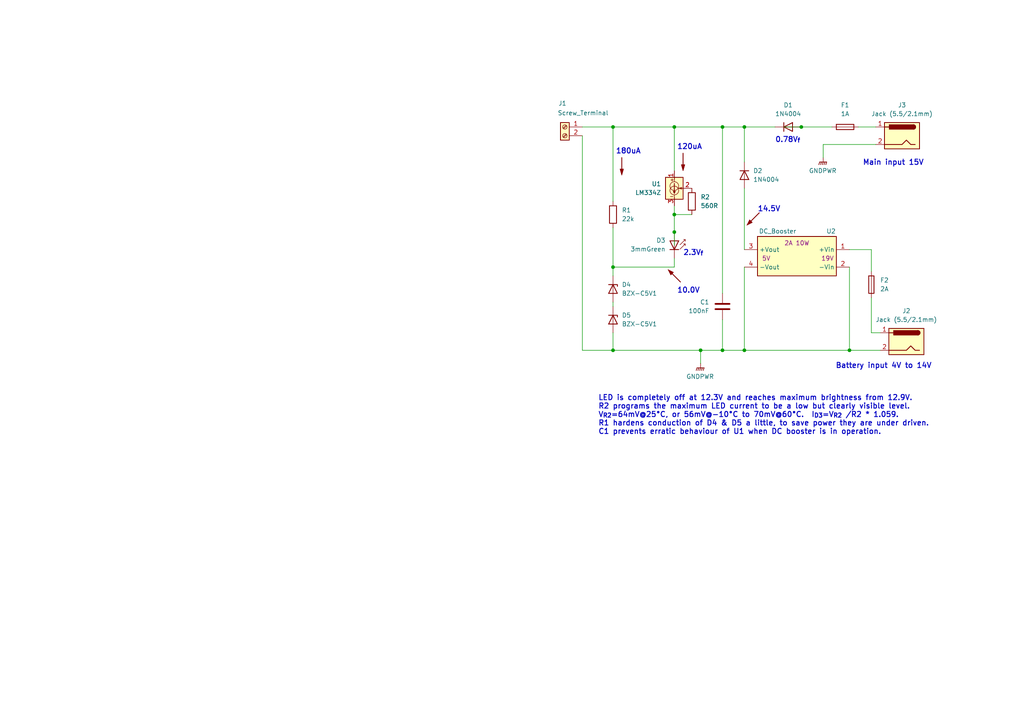
<source format=kicad_sch>
(kicad_sch (version 20250114) (generator "eeschema") (generator_version "9.0")
  (paper "A4")
  (title_block (title "Tigo CCA Power Supply"))
  (lib_symbols
    (symbol "Connector:Jack-DC" (pin_names (offset 1.016))
      (property "Reference" "J" (at 0 5.334 0))
      (property "Value" "Jack-DC" (at 0 -5.08 0))
      (symbol "Jack-DC_0_1"
        (rectangle (start -5.08 3.81) (end 5.08 -3.81) (stroke (width 0.254)) (fill (type background)))
        (polyline (pts (xy -3.81 -2.54) (xy -2.54 -2.54) (xy -1.27 -1.27) (xy 0 -2.54) (xy 2.54 -2.54) (xy 5.08 -2.54)) (stroke (width 0.254)))
        (arc (start -3.302 1.905) (mid -3.9343 2.54) (end -3.302 3.175) (stroke (width 0.254)))
        (arc (start -3.302 1.905) (mid -3.9343 2.54) (end -3.302 3.175) (stroke (width 0.254)) (fill (type outline)))
        (rectangle (start 3.683 3.175) (end -3.302 1.905) (stroke (width 0.254)) (fill (type outline)))
        (polyline (pts (xy 5.08 2.54) (xy 3.81 2.54)) (stroke (width 0.254)))
      )
      (symbol "Jack-DC_1_1"
        (pin passive line (at 7.62 2.54 180) (length 2.54) (name "~") (number "1"))
        (pin passive line (at 7.62 -2.54 180) (length 2.54) (name "~") (number "2"))
      )
    )
    (symbol "Connector:Screw_Terminal_01x02" (pin_names (offset 1.016) (hide yes))
      (property "Reference" "J" (at 0 2.54 0))
      (property "Value" "Screw_Terminal_01x02" (at 0 -5.08 0))
      (symbol "Screw_Terminal_01x02_1_1"
        (rectangle (start -1.27 1.27) (end 1.27 -3.81) (stroke (width 0.254)) (fill (type background)))
        (polyline (pts (xy -0.5334 0.3302) (xy 0.3302 -0.508)) (stroke (width 0.1524)))
        (polyline (pts (xy -0.5334 -2.2098) (xy 0.3302 -3.048)) (stroke (width 0.1524)))
        (polyline (pts (xy -0.3556 0.508) (xy 0.508 -0.3302)) (stroke (width 0.1524)))
        (polyline (pts (xy -0.3556 -2.032) (xy 0.508 -2.8702)) (stroke (width 0.1524)))
        (circle (center 0 0) (radius 0.635) (stroke (width 0.1524)))
        (circle (center 0 -2.54) (radius 0.635) (stroke (width 0.1524)))
        (pin passive line (at -5.08 0 0) (length 3.81) (name "Pin_1") (number "1"))
        (pin passive line (at -5.08 -2.54 0) (length 3.81) (name "Pin_2") (number "2"))
      )
    )
    (symbol "DC_Converter_1"
      (property "Reference" "U" (at -10.795 10.16 0))
      (property "Value" "DC_Converter" (at 5.08 10.16 0))
      (property "Description" "2A 10W" (at 0 6.985 0))
      (property "Vin" "19V" (at -8.89 2.54 0))
      (property "Vout" "5V" (at 8.89 2.54 0))
      (symbol "DC_Converter_1_0_1"
        (rectangle (start -11.43 8.89) (end 11.43 -2.54) (stroke (width 0.254)) (fill (type background)))
      )
      (symbol "DC_Converter_1_1_1"
        (pin power_in line (at -15.24 5.08 0) (length 3.81) (name "+Vin") (number "1"))
        (pin power_in line (at -15.24 0 0) (length 3.81) (name "-Vin") (number "2"))
        (pin power_out line (at 15.24 5.08 180) (length 3.81) (name "+Vout") (number "3"))
        (pin power_out line (at 15.24 0 180) (length 3.81) (name "-Vout") (number "4"))
      )
    )
    (symbol "Device:C" (pin_numbers (hide yes)) (pin_names (offset 0.254))
      (property "Reference" "C" (at 0.635 2.54 0))
      (property "Value" "C" (at 0.635 -2.54 0))
      (symbol "C_0_1"
        (polyline (pts (xy -2.032 0.762) (xy 2.032 0.762)) (stroke (width 0.508)))
        (polyline (pts (xy -2.032 -0.762) (xy 2.032 -0.762)) (stroke (width 0.508)))
      )
      (symbol "C_1_1"
        (pin passive line (at 0 3.81 270) (length 2.794) (name "~") (number "1"))
        (pin passive line (at 0 -3.81 90) (length 2.794) (name "~") (number "2"))
      )
    )
    (symbol "Device:D_Zener" (pin_numbers (hide yes)) (pin_names (offset 1.016) (hide yes))
      (property "Reference" "D" (at 0 2.54 0))
      (property "Value" "D_Zener" (at 0 -2.54 0))
      (symbol "D_Zener_0_1"
        (polyline (pts (xy -1.27 -1.27) (xy -1.27 1.27) (xy -0.762 1.27)) (stroke (width 0.254)))
        (polyline (pts (xy 1.27 0) (xy -1.27 0)))
        (polyline (pts (xy 1.27 -1.27) (xy 1.27 1.27) (xy -1.27 0) (xy 1.27 -1.27)) (stroke (width 0.254)))
      )
      (symbol "D_Zener_1_1"
        (pin passive line (at -3.81 0 0) (length 2.54) (name "K") (number "1"))
        (pin passive line (at 3.81 0 180) (length 2.54) (name "A") (number "2"))
      )
    )
    (symbol "Device:Fuse" (pin_numbers (hide yes)) (pin_names (offset 0))
      (property "Reference" "F" (at 2.032 0 90))
      (property "Value" "Fuse" (at -1.905 0 90))
      (symbol "Fuse_0_1"
        (rectangle (start -0.762 -2.54) (end 0.762 2.54) (stroke (width 0.254)))
        (polyline (pts (xy 0 2.54) (xy 0 -2.54)))
      )
      (symbol "Fuse_1_1"
        (pin passive line (at 0 3.81 270) (length 1.27) (name "~") (number "1"))
        (pin passive line (at 0 -3.81 90) (length 1.27) (name "~") (number "2"))
      )
    )
    (symbol "Device:R" (pin_numbers (hide yes)) (pin_names (offset 0))
      (property "Reference" "R" (at 2.032 0 90))
      (property "Value" "R" (at 0 0 90))
      (symbol "R_0_1"
        (rectangle (start -1.016 -2.54) (end 1.016 2.54) (stroke (width 0.254)))
      )
      (symbol "R_1_1"
        (pin passive line (at 0 3.81 270) (length 1.27) (name "~") (number "1"))
        (pin passive line (at 0 -3.81 90) (length 1.27) (name "~") (number "2"))
      )
    )
    (symbol "Diode:1N4004" (pin_numbers (hide yes)) (pin_names (hide yes))
      (property "Reference" "D" (at 0 2.54 0))
      (property "Value" "1N4004" (at 0 -2.54 0))
      (symbol "1N4004_0_1"
        (polyline (pts (xy -1.27 1.27) (xy -1.27 -1.27)) (stroke (width 0.254)))
        (polyline (pts (xy 1.27 1.27) (xy 1.27 -1.27) (xy -1.27 0) (xy 1.27 1.27)) (stroke (width 0.254)))
        (polyline (pts (xy 1.27 0) (xy -1.27 0)))
      )
      (symbol "1N4004_1_1"
        (pin passive line (at -3.81 0 0) (length 2.54) (name "K") (number "1"))
        (pin passive line (at 3.81 0 180) (length 2.54) (name "A") (number "2"))
      )
    )
    (symbol "Graphic:SYM_Arrow45_Normal" (in_bom no) (on_board no)
      (symbol "SYM_Arrow45_Normal_0_1"
        (polyline (pts (xy 1.524 -1.524) (xy -1.778 1.778)) (stroke (width 0.254)))
        (polyline (pts (xy 1.778 -1.778) (xy 0.254 -1.016) (xy 1.016 -0.254) (xy 1.778 -1.778)) (fill (type outline)))
      )
    )
    (symbol "Graphic:SYM_Arrow_Normal" (in_bom no) (on_board no)
      (symbol "SYM_Arrow_Normal_0_1"
        (polyline (pts (xy 1.524 0) (xy -2.54 0)) (stroke (width 0.254)))
        (polyline (pts (xy 2.54 0) (xy 0.762 -0.508) (xy 0.762 0.508) (xy 2.54 0)) (fill (type outline)))
      )
    )
    (symbol "LED:IR204A" (pin_numbers (hide yes)) (pin_names (offset 1.016) (hide yes))
      (property "Reference" "D" (at 0.508 1.778 0))
      (property "Value" "IR204A" (at -1.016 -2.794 0))
      (symbol "IR204A_0_1"
        (polyline (pts (xy -2.54 1.27) (xy -2.54 -1.27)) (stroke (width 0.254)))
        (polyline (pts (xy -2.413 1.651) (xy -0.889 3.175) (xy -0.889 2.667) (xy -0.889 3.175) (xy -1.397 3.175)))
        (polyline (pts (xy -1.143 1.651) (xy 0.381 3.175) (xy 0.381 2.667)))
        (polyline (pts (xy 0 1.27) (xy -2.54 0) (xy 0 -1.27) (xy 0 1.27)) (stroke (width 0.254)))
        (polyline (pts (xy 0 0) (xy -2.54 0)))
        (polyline (pts (xy 0.381 3.175) (xy -0.127 3.175)))
      )
      (symbol "IR204A_1_1"
        (pin passive line (at -5.08 0 0) (length 2.54) (name "K") (number "1"))
        (pin passive line (at 2.54 0 180) (length 2.54) (name "A") (number "2"))
      )
    )
    (symbol "Reference_Current:LM334Z"
      (property "Reference" "U" (at 0.635 6.35 0))
      (property "Value" "LM334Z" (at 0.635 4.445 0))
      (symbol "LM334Z_0_1"
        (rectangle (start -2.54 3.175) (end 2.54 -3.175) (stroke (width 0.254)) (fill (type background)))
        (polyline (pts (xy -1.143 -2.413) (xy -0.381 -2.413)))
        (polyline (pts (xy -1.016 2.413) (xy -0.254 2.413)))
        (polyline (pts (xy -0.635 2.794) (xy -0.635 2.032)))
        (polyline (pts (xy 0 5.08) (xy 0 1.905)))
        (polyline (pts (xy 0 1.397) (xy 0 -1.397)) (stroke (width 0.254)))
        (circle (center 0 0.635) (radius 1.27))
        (circle (center 0 -0.635) (radius 1.27))
        (polyline (pts (xy 0 -1.397) (xy -0.254 -0.889) (xy 0.254 -0.889) (xy 0 -1.397)) (stroke (width 0.254)))
        (polyline (pts (xy 0 -1.905) (xy 0 -5.08)))
        (polyline (pts (xy 1.27 0) (xy 2.159 0.254) (xy 2.159 -0.254) (xy 1.27 0)))
        (polyline (pts (xy 2.54 0) (xy 1.27 0)))
      )
      (symbol "LM334Z_1_1"
        (pin passive line (at 0 5.08 270) (length 2.54) (name "~") (number "1"))
        (pin passive line (at 0 -5.08 90) (length 2.54) (name "~") (number "3"))
        (pin passive line (at 5.08 0 180) (length 2.54) (name "~") (number "2"))
      )
    )
    (symbol "power:GNDPWR" (power) (pin_numbers (hide yes)) (pin_names (offset 0) (hide yes))
      (property "Value" "GNDPWR" (at 0 -3.302 0))
      (symbol "GNDPWR_0_1"
        (polyline (pts (xy -1.016 -1.27) (xy -1.27 -2.032) (xy -1.27 -2.032)) (stroke (width 0.2032)))
        (polyline (pts (xy -0.508 -1.27) (xy -0.762 -2.032) (xy -0.762 -2.032)) (stroke (width 0.2032)))
        (polyline (pts (xy 0 -1.27) (xy 0 0)))
        (polyline (pts (xy 0 -1.27) (xy -0.254 -2.032) (xy -0.254 -2.032)) (stroke (width 0.2032)))
        (polyline (pts (xy 0.508 -1.27) (xy 0.254 -2.032) (xy 0.254 -2.032)) (stroke (width 0.2032)))
        (polyline (pts (xy 1.016 -1.27) (xy -1.016 -1.27) (xy -1.016 -1.27)) (stroke (width 0.2032)))
        (polyline (pts (xy 1.016 -1.27) (xy 0.762 -2.032) (xy 0.762 -2.032) (xy 0.762 -2.032)) (stroke (width 0.2032)))
      )
      (symbol "GNDPWR_1_1"
        (pin power_in line (at 0 0 270) (length 0) (name "~") (number "1"))
      )
    )
  )
  (text "0.78V_{f}" (at 224.79 40.64 0) (effects (font (size 1.524 1.524) (thickness 0.254) (bold yes)) (justify left)))
  (text "LED is completely off at 12.3V and reaches maximum brightness from 12.9V.\nR2 programs the maximum LED current to be a low but clearly visible level.\nV_{R2}=64mV@25°C, or 56mV@-10°C to 70mV@60°C.  I_{D3}=V_{R2} /R2 * 1.059.\nR1 hardens conduction of D4 & D5 a little, to save power they are under driven.\nC1 prevents erratic behaviour of U1 when DC booster is in operation." (at 173.482 120.396 0) (effects (font (size 1.524 1.524) (thickness 0.254) (bold yes)) (justify left)))
  (text "180uA" (at 178.562 43.942 0) (effects (font (size 1.524 1.524) (thickness 0.254) (bold yes)) (justify left)))
  (text "120uA" (at 196.342 42.672 0) (effects (font (size 1.524 1.524) (thickness 0.254) (bold yes)) (justify left)))
  (text "2.3V_{f}" (at 198.12 73.406 0) (effects (font (size 1.524 1.524) (thickness 0.254) (bold yes)) (justify left)))
  (text "Battery input 4V to 14V" (at 242.316 106.172 0) (effects (font (size 1.524 1.524) (thickness 0.254) (bold yes)) (justify left)))
  (text "14.5V" (at 219.71 60.706 0) (effects (font (size 1.524 1.524) (thickness 0.254) (bold yes)) (justify left)))
  (text "10.0V" (at 196.342 84.328 0) (effects (font (size 1.524 1.524) (thickness 0.254) (bold yes)) (justify left)))
  (text "Main input 15V" (at 250.19 47.244 0) (effects (font (size 1.524 1.524) (thickness 0.254) (bold yes)) (justify left)))
  (junction (at 177.8 36.83))
  (junction (at 215.9 101.6))
  (junction (at 209.55 36.83))
  (junction (at 195.58 67.31))
  (junction (at 215.9 36.83))
  (junction (at 203.2 101.6))
  (junction (at 209.55 101.6))
  (junction (at 177.8 101.6))
  (junction (at 195.58 36.83))
  (junction (at 246.38 101.6))
  (junction (at 195.58 62.23))
  (junction (at 232.41 36.83))
  (junction (at 177.8 77.47))
  (wire (pts (xy 177.8 66.04) (xy 177.8 77.47)))
  (wire (pts (xy 168.91 39.37) (xy 168.91 101.6)))
  (wire (pts (xy 252.73 96.52) (xy 252.73 86.36)))
  (wire (pts (xy 209.55 85.09) (xy 209.55 36.83)))
  (wire (pts (xy 246.38 77.47) (xy 246.38 101.6)))
  (wire (pts (xy 246.38 72.39) (xy 252.73 72.39)))
  (wire (pts (xy 215.9 101.6) (xy 246.38 101.6)))
  (wire (pts (xy 248.92 36.83) (xy 254 36.83)))
  (wire (pts (xy 177.8 88.9) (xy 177.8 87.63)))
  (wire (pts (xy 209.55 92.71) (xy 209.55 101.6)))
  (wire (pts (xy 195.58 77.47) (xy 177.8 77.47)))
  (wire (pts (xy 246.38 101.6) (xy 255.27 101.6)))
  (wire (pts (xy 215.9 77.47) (xy 215.9 101.6)))
  (wire (pts (xy 200.66 62.23) (xy 195.58 62.23)))
  (wire (pts (xy 255.27 96.52) (xy 252.73 96.52)))
  (wire (pts (xy 195.58 74.93) (xy 195.58 77.47)))
  (wire (pts (xy 195.58 62.23) (xy 195.58 67.31)))
  (wire (pts (xy 177.8 36.83) (xy 177.8 58.42)))
  (wire (pts (xy 215.9 36.83) (xy 224.79 36.83)))
  (wire (pts (xy 209.55 36.83) (xy 215.9 36.83)))
  (wire (pts (xy 238.76 41.91) (xy 238.76 45.72)))
  (wire (pts (xy 254 41.91) (xy 238.76 41.91)))
  (wire (pts (xy 177.8 77.47) (xy 177.8 80.01)))
  (wire (pts (xy 177.8 101.6) (xy 177.8 96.52)))
  (wire (pts (xy 215.9 36.83) (xy 215.9 46.99)))
  (wire (pts (xy 195.58 36.83) (xy 209.55 36.83)))
  (wire (pts (xy 177.8 101.6) (xy 203.2 101.6)))
  (wire (pts (xy 168.91 101.6) (xy 177.8 101.6)))
  (wire (pts (xy 177.8 36.83) (xy 195.58 36.83)))
  (wire (pts (xy 209.55 101.6) (xy 215.9 101.6)))
  (wire (pts (xy 203.2 101.6) (xy 209.55 101.6)))
  (wire (pts (xy 232.41 36.83) (xy 241.3 36.83)))
  (wire (pts (xy 227.33 36.83) (xy 232.41 36.83)))
  (wire (pts (xy 168.91 36.83) (xy 177.8 36.83)))
  (wire (pts (xy 252.73 72.39) (xy 252.73 78.74)))
  (wire (pts (xy 215.9 54.61) (xy 215.9 72.39)))
  (wire (pts (xy 195.58 36.83) (xy 195.58 49.53)))
  (wire (pts (xy 195.58 71.12) (xy 195.58 67.31)))
  (wire (pts (xy 195.58 59.69) (xy 195.58 62.23)))
  (wire (pts (xy 203.2 101.6) (xy 203.2 105.41)))
  (symbol (lib_id "Device:D_Zener") (at 177.8 92.71 270) (unit 1)
    (property "Reference" "D5" (at 180.34 91.4399 90) (effects (justify left)))
    (property "Value" "BZX-C5V1" (at 180.34 93.9799 90) (effects (justify left)))
    (property "Description" "Zener diode" (effects (hide yes)))
  )
  (symbol (lib_id "Graphic:SYM_Arrow45_Normal") (at 195.58 80.01 180) (unit 1) (in_bom no) (on_board no)
    (property "Reference" "#SYM5" (effects (hide yes)))
    (property "Value" "SYM_Arrow45_Normal" (effects (hide yes)))
    (property "Description" "Filled 45° arrow, 200mil" (effects (hide yes)))
  )
  (symbol (lib_id "Graphic:SYM_Arrow45_Normal") (at 218.44 63.5 0) (mirror y) (unit 1) (in_bom no) (on_board no)
    (property "Reference" "#SYM1" (effects (hide yes)))
    (property "Value" "SYM_Arrow45_Normal" (effects (hide yes)))
    (property "Description" "Filled 45° arrow, 200mil" (effects (hide yes)))
  )
  (symbol (lib_id "Connector:Screw_Terminal_01x02") (at 163.83 36.83 0) (mirror y) (unit 1)
    (property "Reference" "J1" (at 164.338 29.972 0) (effects (justify left)))
    (property "Value" "Screw_Terminal" (at 176.53 32.766 0) (effects (justify left)))
    (property "Description" "Generic screw terminal, single row, 01x02, script generated (kicad-library-utils/schlib/autogen/connector/)" (effects (hide yes)))
  )
  (symbol (lib_id "Device:Fuse") (at 252.73 82.55 180) (unit 1)
    (property "Reference" "F2" (at 255.27 81.2799 0) (effects (justify right)))
    (property "Value" "2A" (at 255.27 83.8199 0) (effects (justify right)))
    (property "Footprint" "Fuse:Fuseholder_Cylinder-5x20mm_Schurter_0031_8201_Horizontal_Open" (effects (hide yes)))
    (property "Description" "Fuse" (effects (hide yes)))
  )
  (symbol (lib_id "power:GNDPWR") (at 203.2 105.41 0) (unit 1)
    (property "Reference" "#PWR01" (effects (hide yes)))
    (property "Value" "GNDPWR" (at 203.073 109.22 0))
    (property "Description" "Power symbol creates a global label with name \"GNDPWR\" , global ground" (effects (hide yes)))
  )
  (symbol (lib_id "Device:R") (at 177.8 62.23 0) (unit 1)
    (property "Reference" "R1" (at 180.34 60.9599 0) (effects (justify left)))
    (property "Value" "22k" (at 180.34 63.4999 0) (effects (justify left)))
    (property "Description" "Resistor" (effects (hide yes)))
  )
  (symbol (lib_id "Device:R") (at 200.66 58.42 0) (unit 1)
    (property "Reference" "R2" (at 203.2 57.1499 0) (effects (justify left)))
    (property "Value" "560R" (at 203.2 59.6899 0) (effects (justify left)))
    (property "Description" "Resistor" (effects (hide yes)))
  )
  (symbol (lib_id "Reference_Current:LM334Z") (at 195.58 54.61 0) (unit 1)
    (property "Reference" "U1" (at 191.77 53.3399 0) (effects (justify right)))
    (property "Value" "LM334Z" (at 191.77 55.8799 0) (effects (justify right)))
    (property "Footprint" "Package_TO_SOT_THT:TO-92_Inline" (effects (hide yes)))
    (property "Datasheet" "http://www.ti.com/lit/ds/symlink/lm134.pdf" (effects (hide yes)))
    (property "Description" "1μA to 10mA 3-Terminal Adjustable Current Source, TO-92" (effects (hide yes)))
  )
  (symbol (lib_id "Diode:1N4004") (at 228.6 36.83 0) (unit 1)
    (property "Reference" "D1" (at 228.6 30.48 0))
    (property "Value" "1N4004" (at 228.6 33.02 0))
    (property "Footprint" "Diode_THT:D_DO-41_SOD81_P10.16mm_Horizontal" (effects (hide yes)))
    (property "Datasheet" "http://www.vishay.com/docs/88503/1n4001.pdf" (effects (hide yes)))
    (property "Description" "400V 1A General Purpose Rectifier Diode, DO-41" (effects (hide yes)))
    (property "Sim.Device" "D" (effects (hide yes)))
    (property "Sim.Pins" "1=K 2=A" (effects (hide yes)))
  )
  (symbol (lib_id "Device:Fuse") (at 245.11 36.83 270) (unit 1)
    (property "Reference" "F1" (at 245.11 30.48 90))
    (property "Value" "1A" (at 245.11 33.02 90))
    (property "Footprint" "Fuse:Fuseholder_Cylinder-5x20mm_Schurter_0031_8201_Horizontal_Open" (effects (hide yes)))
    (property "Description" "Fuse" (effects (hide yes)))
  )
  (symbol (lib_id "Graphic:SYM_Arrow_Normal") (at 198.12 46.99 270) (unit 1) (in_bom no) (on_board no)
    (property "Reference" "#SYM6" (effects (hide yes)))
    (property "Value" "SYM_Arrow_Normal" (effects (hide yes)))
    (property "Description" "Filled arrow, 200mil" (effects (hide yes)))
  )
  (symbol (lib_id "power:GNDPWR") (at 238.76 45.72 0) (unit 1)
    (property "Reference" "#PWR02" (effects (hide yes)))
    (property "Value" "GNDPWR" (at 238.633 49.53 0))
    (property "Description" "Power symbol creates a global label with name \"GNDPWR\" , global ground" (effects (hide yes)))
  )
  (symbol (lib_id "LED:IR204A") (at 195.58 69.85 270) (mirror x) (unit 1)
    (property "Reference" "D3" (at 193.04 69.7229 90) (effects (justify right)))
    (property "Value" "3mmGreen" (at 193.04 72.2629 90) (effects (justify right)))
    (property "Footprint" "LED_THT:LED_D3.0mm_IRBlack" (effects (hide yes)))
    (property "Datasheet" "http://www.everlight.com/file/ProductFile/IR204-A.pdf" (effects (hide yes)))
    (property "Description" "Infrared LED , 3mm LED package" (effects (hide yes)))
  )
  (symbol (lib_id "Device:C") (at 209.55 88.9 0) (mirror y) (unit 1)
    (property "Reference" "C1" (at 205.74 87.6299 0) (effects (justify left)))
    (property "Value" "100nF" (at 205.74 90.1699 0) (effects (justify left)))
    (property "Description" "Unpolarized capacitor" (effects (hide yes)))
  )
  (symbol (lib_name "DC_Converter_1") (lib_id "PICAXE_Maker:DC_Converter") (at 231.14 77.47 0) (mirror y) (unit 1)
    (property "Reference" "U2" (at 241.046 67.056 0))
    (property "Value" "DC_Booster" (at 225.552 67.056 0))
    (property "Footprint" "PICAXE_Maker:DC_Converter(17by8)" (effects (hide yes)))
    (property "Datasheet" "https://www.haoyuelectronics.com/Attachment/XL6009/XL6009-DC-DC-Converter-Datasheet.pdf" (effects (hide yes)))
    (property "Description" "2A 10W" (at 231.14 70.485 0))
    (property "Vin" "19V" (at 240.03 74.93 0))
    (property "Vout" "5V" (at 222.25 74.93 0))
    (property "FP" "Pins: 1.3\" by 0.9\"" (effects (hide yes)))
  )
  (symbol (lib_id "Device:D_Zener") (at 177.8 83.82 270) (unit 1)
    (property "Reference" "D4" (at 180.34 82.5499 90) (effects (justify left)))
    (property "Value" "BZX-C5V1" (at 180.34 85.0899 90) (effects (justify left)))
    (property "Description" "Zener diode" (effects (hide yes)))
  )
  (symbol (lib_id "Diode:1N4004") (at 215.9 50.8 270) (unit 1)
    (property "Reference" "D2" (at 218.44 49.5299 90) (effects (justify left)))
    (property "Value" "1N4004" (at 218.44 52.0699 90) (effects (justify left)))
    (property "Footprint" "Diode_THT:D_DO-41_SOD81_P10.16mm_Horizontal" (effects (hide yes)))
    (property "Datasheet" "http://www.vishay.com/docs/88503/1n4001.pdf" (effects (hide yes)))
    (property "Description" "400V 1A General Purpose Rectifier Diode, DO-41" (effects (hide yes)))
    (property "Sim.Device" "D" (effects (hide yes)))
    (property "Sim.Pins" "1=K 2=A" (effects (hide yes)))
  )
  (symbol (lib_id "Connector:Jack-DC") (at 261.62 39.37 0) (mirror y) (unit 1)
    (property "Reference" "J3" (at 261.62 30.48 0))
    (property "Value" "Jack (5.5/2.1mm)" (at 261.62 33.02 0))
    (property "Description" "DC Barrel Jack" (effects (hide yes)))
  )
  (symbol (lib_id "Connector:Jack-DC") (at 262.89 99.06 0) (mirror y) (unit 1)
    (property "Reference" "J2" (at 262.89 90.17 0))
    (property "Value" "Jack (5.5/2.1mm)" (at 262.89 92.71 0))
    (property "Description" "DC Barrel Jack" (effects (hide yes)))
  )
  (symbol (lib_id "Graphic:SYM_Arrow_Normal") (at 180.34 48.26 270) (unit 1) (in_bom no) (on_board no)
    (property "Reference" "#SYM2" (effects (hide yes)))
    (property "Value" "SYM_Arrow_Normal" (effects (hide yes)))
    (property "Description" "Filled arrow, 200mil" (effects (hide yes)))
  )
)
</source>
